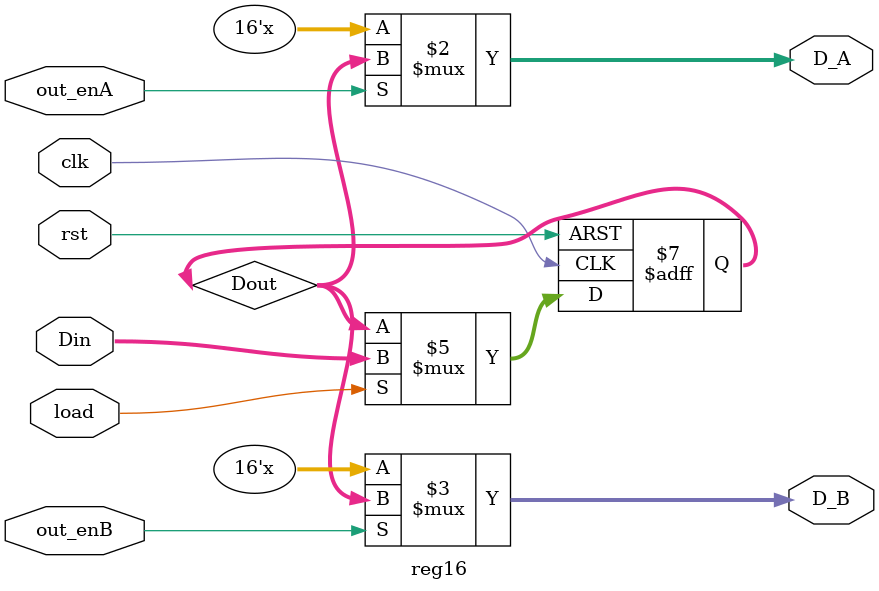
<source format=v>
`timescale 1ns / 100ps
/****************************** C E C S  3 0 1 ******************************
 * 
 * File Name:  reg16.v
 * Project:    Lab Project 5: Register Files
 * Designer:   Matthew Buchholz 
 * Email:      matthew.buchholz@student.csulb.edu
 * Rev. No.:   Version 1.0
 * Rev. Date:  3/20/19
 *
 * Purpose: 	A 16 bit register to be used as a 8 x 16 memory.
 *					
 *
 ****************************************************************************/

module reg16(
    input         clk,
    input         rst,
    input         load,
    input  [15:0] Din,
    input         out_enA,
    input         out_enB,
    output [15:0] D_A,
    output [15:0] D_B
    );
    
    reg [15:0] Dout;
    
    //behavioral section for writing to the register
    always @ (posedge clk or posedge rst)
        if (rst)
            Dout <= 16'b0;
        else
            if (load)
                Dout <= Din;
            else
                Dout <= Dout;
        
        //conditional continuous assignments for reading the register
        assign D_A = out_enA ? Dout : 16'hz;
        assign D_B = out_enB ? Dout : 16'hz;
endmodule

</source>
